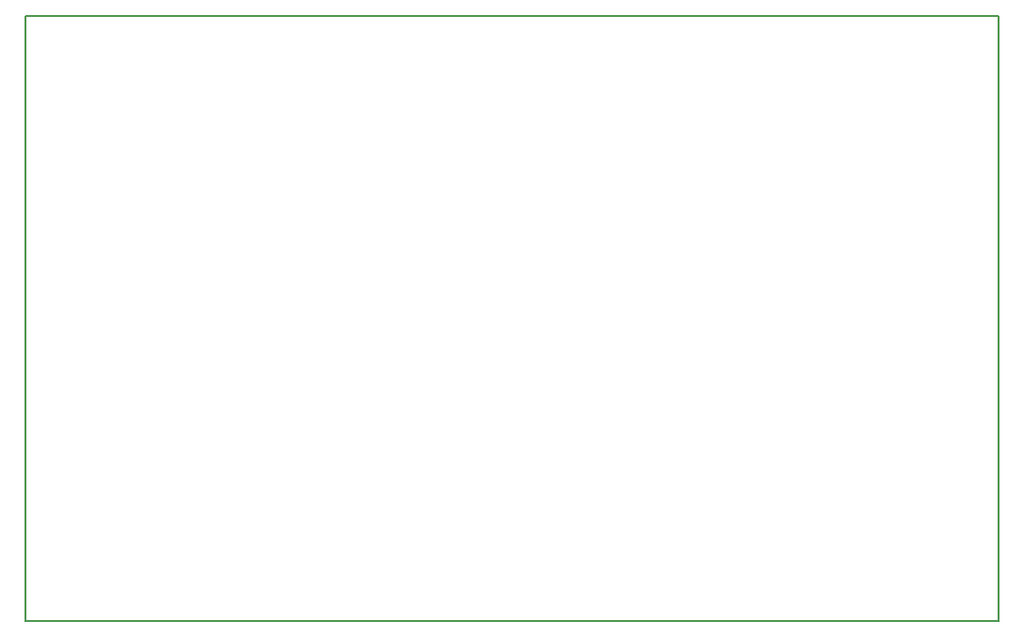
<source format=gbo>
G04 MADE WITH FRITZING*
G04 WWW.FRITZING.ORG*
G04 DOUBLE SIDED*
G04 HOLES PLATED*
G04 CONTOUR ON CENTER OF CONTOUR VECTOR*
%ASAXBY*%
%FSLAX23Y23*%
%MOIN*%
%OFA0B0*%
%SFA1.0B1.0*%
%ADD10R,3.450000X2.150000X3.434000X2.134000*%
%ADD11C,0.008000*%
%LNSILK0*%
G90*
G70*
G54D11*
X4Y2146D02*
X3446Y2146D01*
X3446Y4D01*
X4Y4D01*
X4Y2146D01*
D02*
G04 End of Silk0*
M02*
</source>
